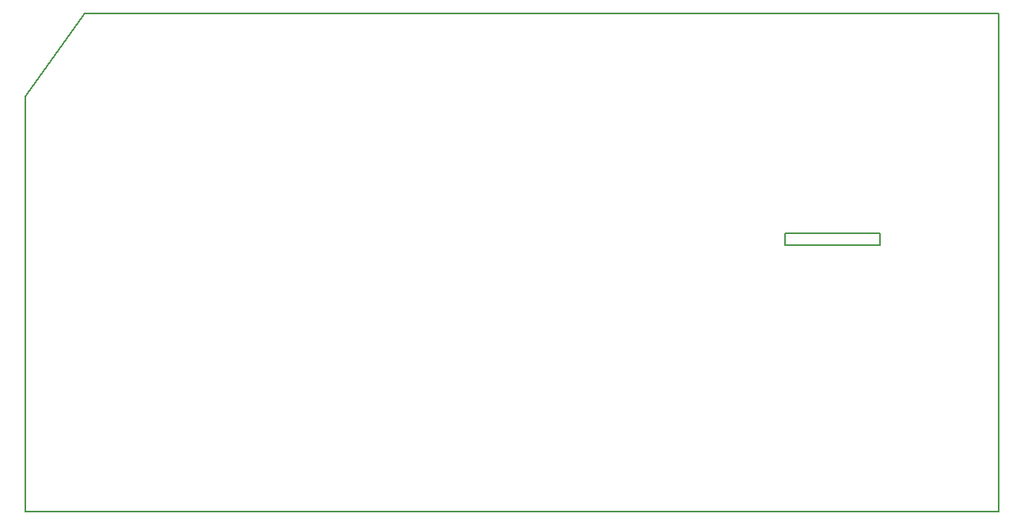
<source format=gm1>
G04 #@! TF.GenerationSoftware,KiCad,Pcbnew,5.0.2+dfsg1-1~bpo9+1*
G04 #@! TF.CreationDate,2020-03-15T22:17:02-04:00*
G04 #@! TF.ProjectId,EDIT_C,45444954-5f43-42e6-9b69-6361645f7063,0.10.a*
G04 #@! TF.SameCoordinates,Original*
G04 #@! TF.FileFunction,Profile,NP*
%FSLAX46Y46*%
G04 Gerber Fmt 4.6, Leading zero omitted, Abs format (unit mm)*
G04 Created by KiCad (PCBNEW 5.0.2+dfsg1-1~bpo9+1) date Sun 15 Mar 2020 10:17:02 PM EDT*
%MOMM*%
%LPD*%
G01*
G04 APERTURE LIST*
%ADD10C,0.200000*%
G04 APERTURE END LIST*
D10*
X12700000Y-114300000D02*
X20320000Y-114300000D01*
X12700000Y-69850000D02*
X12700000Y-114300000D01*
X19050000Y-60960000D02*
X12700000Y-69850000D01*
X20320000Y-60960000D02*
X19050000Y-60960000D01*
X93980000Y-84455000D02*
X104140000Y-84455000D01*
X93980000Y-85725000D02*
X93980000Y-84455000D01*
X104140000Y-85725000D02*
X93980000Y-85725000D01*
X104140000Y-84455000D02*
X104140000Y-85725000D01*
X116840000Y-60960000D02*
X114300000Y-60960000D01*
X116840000Y-114300000D02*
X116840000Y-60960000D01*
X114300000Y-114300000D02*
X116840000Y-114300000D01*
X20320000Y-60960000D02*
X114300000Y-60960000D01*
X20320000Y-114300000D02*
X114300000Y-114300000D01*
M02*

</source>
